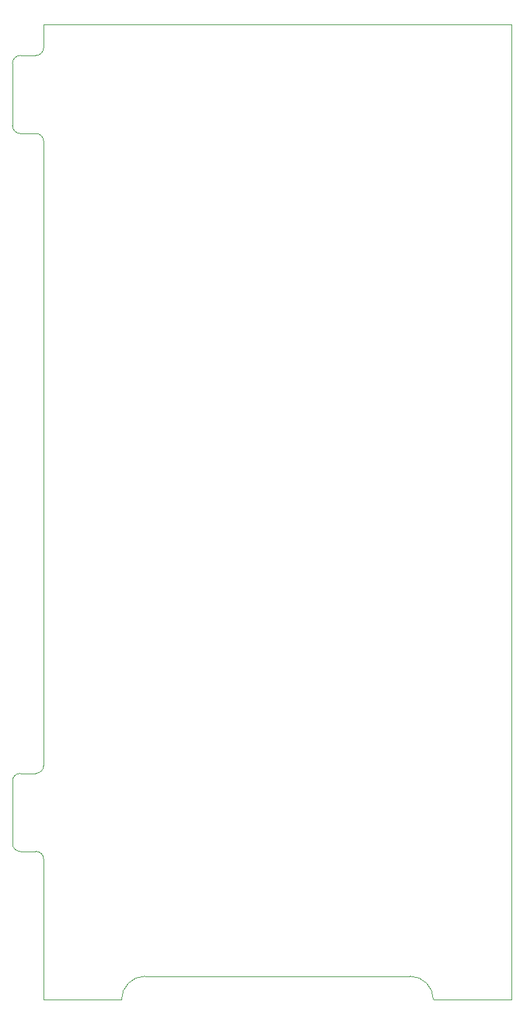
<source format=gm1>
G04*
G04 #@! TF.GenerationSoftware,Altium Limited,Altium Designer,25.5.2 (35)*
G04*
G04 Layer_Color=16711935*
%FSLAX44Y44*%
%MOMM*%
G71*
G04*
G04 #@! TF.SameCoordinates,CAC4E44D-9084-4A80-8A07-002337BCF63F*
G04*
G04*
G04 #@! TF.FilePolarity,Positive*
G04*
G01*
G75*
%ADD10C,0.0010*%
D10*
X500000Y0D02*
G03*
X470000Y30000I-30000J0D01*
G01*
X130000D02*
G03*
X100000Y0I0J-30000D01*
G01*
X-30000Y290000D02*
G03*
X-40000Y280000I0J-10000D01*
G01*
X-40000Y200000D02*
G03*
X-30000Y190000I10000J0D01*
G01*
X-40000Y1120000D02*
G03*
X-30000Y1110000I10000J0D01*
G01*
X-30000Y1210000D02*
G03*
X-40000Y1200000I0J-10000D01*
G01*
X-0Y180000D02*
G03*
X-10000Y190000I-10000J0D01*
G01*
X-10000Y290000D02*
G03*
X0Y300000I0J10000D01*
G01*
X-0Y1100000D02*
G03*
X-10000Y1110000I-10000J0D01*
G01*
X-10000Y1210000D02*
G03*
X0Y1220000I0J10000D01*
G01*
X130000Y30000D02*
X470000D01*
X500000Y0D02*
X600000D01*
X0D02*
X100000D01*
X0Y1250000D02*
X600000D01*
X-30000Y290000D02*
X-10000Y290000D01*
X-40000Y280000D02*
X-40000Y200000D01*
X-30000Y190000D02*
X-10000D01*
X-30000Y1110000D02*
X-10000D01*
X-40000Y1200000D02*
X-40000Y1120000D01*
X-30000Y1210000D02*
X-10000Y1210000D01*
X-10000Y1110000D02*
X-10000Y1110000D01*
X-0Y150000D02*
Y180000D01*
Y300000D02*
Y1100000D01*
X-0Y1250000D02*
X0Y1220000D01*
X0Y0D02*
Y150000D01*
X600000Y1250000D02*
X600000Y0D01*
M02*

</source>
